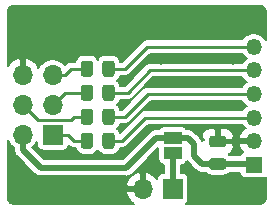
<source format=gbr>
%TF.GenerationSoftware,KiCad,Pcbnew,5.1.9-73d0e3b20d~88~ubuntu20.04.1*%
%TF.CreationDate,2021-03-05T17:06:57-06:00*%
%TF.ProjectId,avricsp-breakout,61767269-6373-4702-9d62-7265616b6f75,rev?*%
%TF.SameCoordinates,Original*%
%TF.FileFunction,Copper,L1,Top*%
%TF.FilePolarity,Positive*%
%FSLAX46Y46*%
G04 Gerber Fmt 4.6, Leading zero omitted, Abs format (unit mm)*
G04 Created by KiCad (PCBNEW 5.1.9-73d0e3b20d~88~ubuntu20.04.1) date 2021-03-05 17:06:57*
%MOMM*%
%LPD*%
G01*
G04 APERTURE LIST*
%TA.AperFunction,ComponentPad*%
%ADD10O,1.350000X1.350000*%
%TD*%
%TA.AperFunction,ComponentPad*%
%ADD11R,1.350000X1.350000*%
%TD*%
%TA.AperFunction,SMDPad,CuDef*%
%ADD12R,1.500000X1.000000*%
%TD*%
%TA.AperFunction,ComponentPad*%
%ADD13O,1.700000X1.700000*%
%TD*%
%TA.AperFunction,ComponentPad*%
%ADD14R,1.700000X1.700000*%
%TD*%
%TA.AperFunction,ViaPad*%
%ADD15C,0.800000*%
%TD*%
%TA.AperFunction,Conductor*%
%ADD16C,0.508000*%
%TD*%
%TA.AperFunction,Conductor*%
%ADD17C,0.250000*%
%TD*%
%TA.AperFunction,Conductor*%
%ADD18C,0.203200*%
%TD*%
%TA.AperFunction,Conductor*%
%ADD19C,0.100000*%
%TD*%
G04 APERTURE END LIST*
D10*
%TO.P,J2,6*%
%TO.N,/~RST*%
X137922000Y-108364000D03*
%TO.P,J2,5*%
%TO.N,/SCK*%
X137922000Y-110364000D03*
%TO.P,J2,4*%
%TO.N,/MOSI*%
X137922000Y-112364000D03*
%TO.P,J2,3*%
%TO.N,/MISO*%
X137922000Y-114364000D03*
%TO.P,J2,2*%
%TO.N,GND*%
X137922000Y-116364000D03*
D11*
%TO.P,J2,1*%
%TO.N,VCC*%
X137922000Y-118364000D03*
%TD*%
%TO.P,R4,2*%
%TO.N,Net-(J3-Pad5)*%
%TA.AperFunction,SMDPad,CuDef*%
G36*
G01*
X124314000Y-109785999D02*
X124314000Y-110686001D01*
G75*
G02*
X124064001Y-110936000I-249999J0D01*
G01*
X123538999Y-110936000D01*
G75*
G02*
X123289000Y-110686001I0J249999D01*
G01*
X123289000Y-109785999D01*
G75*
G02*
X123538999Y-109536000I249999J0D01*
G01*
X124064001Y-109536000D01*
G75*
G02*
X124314000Y-109785999I0J-249999D01*
G01*
G37*
%TD.AperFunction*%
%TO.P,R4,1*%
%TO.N,/~RST*%
%TA.AperFunction,SMDPad,CuDef*%
G36*
G01*
X126139000Y-109785999D02*
X126139000Y-110686001D01*
G75*
G02*
X125889001Y-110936000I-249999J0D01*
G01*
X125363999Y-110936000D01*
G75*
G02*
X125114000Y-110686001I0J249999D01*
G01*
X125114000Y-109785999D01*
G75*
G02*
X125363999Y-109536000I249999J0D01*
G01*
X125889001Y-109536000D01*
G75*
G02*
X126139000Y-109785999I0J-249999D01*
G01*
G37*
%TD.AperFunction*%
%TD*%
%TO.P,R3,2*%
%TO.N,Net-(J3-Pad3)*%
%TA.AperFunction,SMDPad,CuDef*%
G36*
G01*
X124314000Y-111817999D02*
X124314000Y-112718001D01*
G75*
G02*
X124064001Y-112968000I-249999J0D01*
G01*
X123538999Y-112968000D01*
G75*
G02*
X123289000Y-112718001I0J249999D01*
G01*
X123289000Y-111817999D01*
G75*
G02*
X123538999Y-111568000I249999J0D01*
G01*
X124064001Y-111568000D01*
G75*
G02*
X124314000Y-111817999I0J-249999D01*
G01*
G37*
%TD.AperFunction*%
%TO.P,R3,1*%
%TO.N,/SCK*%
%TA.AperFunction,SMDPad,CuDef*%
G36*
G01*
X126139000Y-111817999D02*
X126139000Y-112718001D01*
G75*
G02*
X125889001Y-112968000I-249999J0D01*
G01*
X125363999Y-112968000D01*
G75*
G02*
X125114000Y-112718001I0J249999D01*
G01*
X125114000Y-111817999D01*
G75*
G02*
X125363999Y-111568000I249999J0D01*
G01*
X125889001Y-111568000D01*
G75*
G02*
X126139000Y-111817999I0J-249999D01*
G01*
G37*
%TD.AperFunction*%
%TD*%
%TO.P,R2,2*%
%TO.N,Net-(J3-Pad4)*%
%TA.AperFunction,SMDPad,CuDef*%
G36*
G01*
X124314000Y-113849999D02*
X124314000Y-114750001D01*
G75*
G02*
X124064001Y-115000000I-249999J0D01*
G01*
X123538999Y-115000000D01*
G75*
G02*
X123289000Y-114750001I0J249999D01*
G01*
X123289000Y-113849999D01*
G75*
G02*
X123538999Y-113600000I249999J0D01*
G01*
X124064001Y-113600000D01*
G75*
G02*
X124314000Y-113849999I0J-249999D01*
G01*
G37*
%TD.AperFunction*%
%TO.P,R2,1*%
%TO.N,/MOSI*%
%TA.AperFunction,SMDPad,CuDef*%
G36*
G01*
X126139000Y-113849999D02*
X126139000Y-114750001D01*
G75*
G02*
X125889001Y-115000000I-249999J0D01*
G01*
X125363999Y-115000000D01*
G75*
G02*
X125114000Y-114750001I0J249999D01*
G01*
X125114000Y-113849999D01*
G75*
G02*
X125363999Y-113600000I249999J0D01*
G01*
X125889001Y-113600000D01*
G75*
G02*
X126139000Y-113849999I0J-249999D01*
G01*
G37*
%TD.AperFunction*%
%TD*%
%TO.P,R1,2*%
%TO.N,Net-(J3-Pad1)*%
%TA.AperFunction,SMDPad,CuDef*%
G36*
G01*
X124314000Y-115881999D02*
X124314000Y-116782001D01*
G75*
G02*
X124064001Y-117032000I-249999J0D01*
G01*
X123538999Y-117032000D01*
G75*
G02*
X123289000Y-116782001I0J249999D01*
G01*
X123289000Y-115881999D01*
G75*
G02*
X123538999Y-115632000I249999J0D01*
G01*
X124064001Y-115632000D01*
G75*
G02*
X124314000Y-115881999I0J-249999D01*
G01*
G37*
%TD.AperFunction*%
%TO.P,R1,1*%
%TO.N,/MISO*%
%TA.AperFunction,SMDPad,CuDef*%
G36*
G01*
X126139000Y-115881999D02*
X126139000Y-116782001D01*
G75*
G02*
X125889001Y-117032000I-249999J0D01*
G01*
X125363999Y-117032000D01*
G75*
G02*
X125114000Y-116782001I0J249999D01*
G01*
X125114000Y-115881999D01*
G75*
G02*
X125363999Y-115632000I249999J0D01*
G01*
X125889001Y-115632000D01*
G75*
G02*
X126139000Y-115881999I0J-249999D01*
G01*
G37*
%TD.AperFunction*%
%TD*%
D12*
%TO.P,JP1,1*%
%TO.N,VCC*%
X131064000Y-116078000D03*
%TO.P,JP1,2*%
%TO.N,/Vraw+*%
X131064000Y-117378000D03*
%TD*%
D13*
%TO.P,ICSP,6*%
%TO.N,GND*%
X118364000Y-110744000D03*
%TO.P,ICSP,5*%
%TO.N,Net-(J3-Pad5)*%
X120904000Y-110744000D03*
%TO.P,ICSP,4*%
%TO.N,Net-(J3-Pad4)*%
X118364000Y-113284000D03*
%TO.P,ICSP,3*%
%TO.N,Net-(J3-Pad3)*%
X120904000Y-113284000D03*
%TO.P,ICSP,2*%
%TO.N,VCC*%
X118364000Y-115824000D03*
D14*
%TO.P,ICSP,1*%
%TO.N,Net-(J3-Pad1)*%
X120904000Y-115824000D03*
%TD*%
D13*
%TO.P,PWR,2*%
%TO.N,GND*%
X128524000Y-120396000D03*
D14*
%TO.P,PWR,1*%
%TO.N,/Vraw+*%
X131064000Y-120396000D03*
%TD*%
%TO.P,C1,2*%
%TO.N,GND*%
%TA.AperFunction,SMDPad,CuDef*%
G36*
G01*
X135349000Y-116898000D02*
X134399000Y-116898000D01*
G75*
G02*
X134149000Y-116648000I0J250000D01*
G01*
X134149000Y-116148000D01*
G75*
G02*
X134399000Y-115898000I250000J0D01*
G01*
X135349000Y-115898000D01*
G75*
G02*
X135599000Y-116148000I0J-250000D01*
G01*
X135599000Y-116648000D01*
G75*
G02*
X135349000Y-116898000I-250000J0D01*
G01*
G37*
%TD.AperFunction*%
%TO.P,C1,1*%
%TO.N,VCC*%
%TA.AperFunction,SMDPad,CuDef*%
G36*
G01*
X135349000Y-118798000D02*
X134399000Y-118798000D01*
G75*
G02*
X134149000Y-118548000I0J250000D01*
G01*
X134149000Y-118048000D01*
G75*
G02*
X134399000Y-117798000I250000J0D01*
G01*
X135349000Y-117798000D01*
G75*
G02*
X135599000Y-118048000I0J-250000D01*
G01*
X135599000Y-118548000D01*
G75*
G02*
X135349000Y-118798000I-250000J0D01*
G01*
G37*
%TD.AperFunction*%
%TD*%
D15*
%TO.N,GND*%
X137922000Y-120396000D03*
X133350000Y-120396000D03*
X136144000Y-113284000D03*
X136144000Y-111252000D03*
X136144000Y-109474000D03*
X136144000Y-106934000D03*
X130048000Y-109474000D03*
X130048000Y-111252000D03*
X130048000Y-113284000D03*
X130048000Y-106934000D03*
X133350000Y-115316000D03*
X136398000Y-116332000D03*
X129540000Y-118618000D03*
X126492000Y-120396000D03*
X122428000Y-117348000D03*
X117602000Y-105410000D03*
X138430000Y-105410000D03*
X117602000Y-108458000D03*
X117602000Y-118618000D03*
X117602000Y-121158000D03*
X123190000Y-121158000D03*
%TD*%
D16*
%TO.N,VCC*%
X137856000Y-118298000D02*
X137922000Y-118364000D01*
X134874000Y-118298000D02*
X137856000Y-118298000D01*
X131064000Y-116078000D02*
X132334000Y-116078000D01*
X132334000Y-116078000D02*
X132842000Y-116586000D01*
X132842000Y-116586000D02*
X132842000Y-117602000D01*
X133538000Y-118298000D02*
X134874000Y-118298000D01*
X132842000Y-117602000D02*
X133538000Y-118298000D01*
X118364000Y-117094000D02*
X118364000Y-115824000D01*
X119888000Y-118618000D02*
X118364000Y-117094000D01*
X127127000Y-118618000D02*
X119888000Y-118618000D01*
X129667000Y-116078000D02*
X127127000Y-118618000D01*
X131064000Y-116078000D02*
X129667000Y-116078000D01*
%TO.N,/Vraw+*%
X131064000Y-120396000D02*
X131064000Y-117378000D01*
D17*
%TO.N,/~RST*%
X125626500Y-110236000D02*
X127000000Y-110236000D01*
X128872000Y-108364000D02*
X137922000Y-108364000D01*
X127000000Y-110236000D02*
X128872000Y-108364000D01*
%TO.N,/SCK*%
X125626500Y-112268000D02*
X127254000Y-112268000D01*
X129158000Y-110364000D02*
X137922000Y-110364000D01*
X127254000Y-112268000D02*
X129158000Y-110364000D01*
%TO.N,/MOSI*%
X125626500Y-114300000D02*
X127000000Y-114300000D01*
X128936000Y-112364000D02*
X137922000Y-112364000D01*
X127000000Y-114300000D02*
X128936000Y-112364000D01*
%TO.N,/MISO*%
X125626500Y-116332000D02*
X126746000Y-116332000D01*
X128714000Y-114364000D02*
X137922000Y-114364000D01*
X126746000Y-116332000D02*
X128714000Y-114364000D01*
%TO.N,Net-(J3-Pad5)*%
X120904000Y-110744000D02*
X121920000Y-110744000D01*
X122428000Y-110236000D02*
X123801500Y-110236000D01*
X121920000Y-110744000D02*
X122428000Y-110236000D01*
%TO.N,Net-(J3-Pad4)*%
X122682000Y-114300000D02*
X123801500Y-114300000D01*
X122428000Y-114554000D02*
X122682000Y-114300000D01*
X119634000Y-114554000D02*
X122428000Y-114554000D01*
X118364000Y-113284000D02*
X119634000Y-114554000D01*
%TO.N,Net-(J3-Pad3)*%
X120904000Y-113284000D02*
X121920000Y-112268000D01*
X121920000Y-112268000D02*
X123801500Y-112268000D01*
%TO.N,Net-(J3-Pad1)*%
X120904000Y-115824000D02*
X122174000Y-115824000D01*
X122682000Y-116332000D02*
X123801500Y-116332000D01*
X122174000Y-115824000D02*
X122682000Y-116332000D01*
%TD*%
D18*
%TO.N,GND*%
X117183065Y-116455223D02*
X117328902Y-116673483D01*
X117514517Y-116859098D01*
X117627400Y-116934524D01*
X117627400Y-117057816D01*
X117623836Y-117094000D01*
X117627400Y-117130183D01*
X117627400Y-117130185D01*
X117638058Y-117238398D01*
X117680178Y-117377248D01*
X117748576Y-117505212D01*
X117840625Y-117617374D01*
X117868732Y-117640441D01*
X119341554Y-119113263D01*
X119364625Y-119141375D01*
X119476787Y-119233424D01*
X119604751Y-119301822D01*
X119743601Y-119343942D01*
X119851814Y-119354600D01*
X119851823Y-119354600D01*
X119887999Y-119358163D01*
X119924175Y-119354600D01*
X127090817Y-119354600D01*
X127127000Y-119358164D01*
X127163183Y-119354600D01*
X127163186Y-119354600D01*
X127271399Y-119343942D01*
X127410249Y-119301822D01*
X127538213Y-119233424D01*
X127650375Y-119141375D01*
X127673446Y-119113263D01*
X129829065Y-116957644D01*
X129829065Y-117878000D01*
X129838383Y-117972606D01*
X129865978Y-118063577D01*
X129910791Y-118147415D01*
X129971099Y-118220901D01*
X130044585Y-118281209D01*
X130128423Y-118326022D01*
X130219394Y-118353617D01*
X130314000Y-118362935D01*
X130327401Y-118362935D01*
X130327400Y-119061065D01*
X130214000Y-119061065D01*
X130119394Y-119070383D01*
X130028423Y-119097978D01*
X129944585Y-119142791D01*
X129871099Y-119203099D01*
X129810791Y-119276585D01*
X129765978Y-119360423D01*
X129738383Y-119451394D01*
X129729065Y-119546000D01*
X129729065Y-119583151D01*
X129682087Y-119507585D01*
X129486514Y-119298724D01*
X129253952Y-119132031D01*
X128993338Y-119013911D01*
X128901607Y-118986090D01*
X128676400Y-119097714D01*
X128676400Y-120243600D01*
X128696400Y-120243600D01*
X128696400Y-120548400D01*
X128676400Y-120548400D01*
X128676400Y-120568400D01*
X128371600Y-120568400D01*
X128371600Y-120548400D01*
X127224772Y-120548400D01*
X127114085Y-120773608D01*
X127214844Y-121041413D01*
X127365913Y-121284415D01*
X127561486Y-121493276D01*
X127794048Y-121659969D01*
X127808237Y-121666400D01*
X117626823Y-121666400D01*
X117503726Y-121654330D01*
X117409190Y-121625788D01*
X117322002Y-121579429D01*
X117245480Y-121517019D01*
X117182535Y-121440932D01*
X117135570Y-121354073D01*
X117106368Y-121259737D01*
X117093600Y-121138255D01*
X117093600Y-120018392D01*
X127114085Y-120018392D01*
X127224772Y-120243600D01*
X128371600Y-120243600D01*
X128371600Y-119097714D01*
X128146393Y-118986090D01*
X128054662Y-119013911D01*
X127794048Y-119132031D01*
X127561486Y-119298724D01*
X127365913Y-119507585D01*
X127214844Y-119750587D01*
X127114085Y-120018392D01*
X117093600Y-120018392D01*
X117093600Y-116239235D01*
X117183065Y-116455223D01*
%TA.AperFunction,Conductor*%
D19*
G36*
X117183065Y-116455223D02*
G01*
X117328902Y-116673483D01*
X117514517Y-116859098D01*
X117627400Y-116934524D01*
X117627400Y-117057816D01*
X117623836Y-117094000D01*
X117627400Y-117130183D01*
X117627400Y-117130185D01*
X117638058Y-117238398D01*
X117680178Y-117377248D01*
X117748576Y-117505212D01*
X117840625Y-117617374D01*
X117868732Y-117640441D01*
X119341554Y-119113263D01*
X119364625Y-119141375D01*
X119476787Y-119233424D01*
X119604751Y-119301822D01*
X119743601Y-119343942D01*
X119851814Y-119354600D01*
X119851823Y-119354600D01*
X119887999Y-119358163D01*
X119924175Y-119354600D01*
X127090817Y-119354600D01*
X127127000Y-119358164D01*
X127163183Y-119354600D01*
X127163186Y-119354600D01*
X127271399Y-119343942D01*
X127410249Y-119301822D01*
X127538213Y-119233424D01*
X127650375Y-119141375D01*
X127673446Y-119113263D01*
X129829065Y-116957644D01*
X129829065Y-117878000D01*
X129838383Y-117972606D01*
X129865978Y-118063577D01*
X129910791Y-118147415D01*
X129971099Y-118220901D01*
X130044585Y-118281209D01*
X130128423Y-118326022D01*
X130219394Y-118353617D01*
X130314000Y-118362935D01*
X130327401Y-118362935D01*
X130327400Y-119061065D01*
X130214000Y-119061065D01*
X130119394Y-119070383D01*
X130028423Y-119097978D01*
X129944585Y-119142791D01*
X129871099Y-119203099D01*
X129810791Y-119276585D01*
X129765978Y-119360423D01*
X129738383Y-119451394D01*
X129729065Y-119546000D01*
X129729065Y-119583151D01*
X129682087Y-119507585D01*
X129486514Y-119298724D01*
X129253952Y-119132031D01*
X128993338Y-119013911D01*
X128901607Y-118986090D01*
X128676400Y-119097714D01*
X128676400Y-120243600D01*
X128696400Y-120243600D01*
X128696400Y-120548400D01*
X128676400Y-120548400D01*
X128676400Y-120568400D01*
X128371600Y-120568400D01*
X128371600Y-120548400D01*
X127224772Y-120548400D01*
X127114085Y-120773608D01*
X127214844Y-121041413D01*
X127365913Y-121284415D01*
X127561486Y-121493276D01*
X127794048Y-121659969D01*
X127808237Y-121666400D01*
X117626823Y-121666400D01*
X117503726Y-121654330D01*
X117409190Y-121625788D01*
X117322002Y-121579429D01*
X117245480Y-121517019D01*
X117182535Y-121440932D01*
X117135570Y-121354073D01*
X117106368Y-121259737D01*
X117093600Y-121138255D01*
X117093600Y-120018392D01*
X127114085Y-120018392D01*
X127224772Y-120243600D01*
X128371600Y-120243600D01*
X128371600Y-119097714D01*
X128146393Y-118986090D01*
X128054662Y-119013911D01*
X127794048Y-119132031D01*
X127561486Y-119298724D01*
X127365913Y-119507585D01*
X127214844Y-119750587D01*
X127114085Y-120018392D01*
X117093600Y-120018392D01*
X117093600Y-116239235D01*
X117183065Y-116455223D01*
G37*
%TD.AperFunction*%
D18*
X132282006Y-118080753D02*
X132318626Y-118125375D01*
X132346732Y-118148441D01*
X132991557Y-118793267D01*
X133014625Y-118821375D01*
X133126787Y-118913424D01*
X133254751Y-118981822D01*
X133393601Y-119023942D01*
X133538000Y-119038164D01*
X133574186Y-119034600D01*
X133852176Y-119034600D01*
X133879322Y-119067678D01*
X133990692Y-119159076D01*
X134117753Y-119226991D01*
X134255621Y-119268813D01*
X134399000Y-119282935D01*
X135349000Y-119282935D01*
X135492379Y-119268813D01*
X135630247Y-119226991D01*
X135757308Y-119159076D01*
X135868678Y-119067678D01*
X135895824Y-119034600D01*
X136762065Y-119034600D01*
X136762065Y-119039000D01*
X136771383Y-119133606D01*
X136798978Y-119224577D01*
X136843791Y-119308415D01*
X136904099Y-119381901D01*
X136977585Y-119442209D01*
X137061423Y-119487022D01*
X137152394Y-119514617D01*
X137247000Y-119523935D01*
X138597000Y-119523935D01*
X138691606Y-119514617D01*
X138782577Y-119487022D01*
X138866415Y-119442209D01*
X138938400Y-119383133D01*
X138938400Y-121133177D01*
X138926330Y-121256274D01*
X138897788Y-121350810D01*
X138851429Y-121437998D01*
X138789019Y-121514520D01*
X138712932Y-121577465D01*
X138626073Y-121624430D01*
X138531737Y-121653632D01*
X138410255Y-121666400D01*
X132151253Y-121666400D01*
X132183415Y-121649209D01*
X132256901Y-121588901D01*
X132317209Y-121515415D01*
X132362022Y-121431577D01*
X132389617Y-121340606D01*
X132398935Y-121246000D01*
X132398935Y-119546000D01*
X132389617Y-119451394D01*
X132362022Y-119360423D01*
X132317209Y-119276585D01*
X132256901Y-119203099D01*
X132183415Y-119142791D01*
X132099577Y-119097978D01*
X132008606Y-119070383D01*
X131914000Y-119061065D01*
X131800600Y-119061065D01*
X131800600Y-118362935D01*
X131814000Y-118362935D01*
X131908606Y-118353617D01*
X131999577Y-118326022D01*
X132083415Y-118281209D01*
X132156901Y-118220901D01*
X132217209Y-118147415D01*
X132262022Y-118063577D01*
X132263611Y-118058339D01*
X132282006Y-118080753D01*
%TA.AperFunction,Conductor*%
D19*
G36*
X132282006Y-118080753D02*
G01*
X132318626Y-118125375D01*
X132346732Y-118148441D01*
X132991557Y-118793267D01*
X133014625Y-118821375D01*
X133126787Y-118913424D01*
X133254751Y-118981822D01*
X133393601Y-119023942D01*
X133538000Y-119038164D01*
X133574186Y-119034600D01*
X133852176Y-119034600D01*
X133879322Y-119067678D01*
X133990692Y-119159076D01*
X134117753Y-119226991D01*
X134255621Y-119268813D01*
X134399000Y-119282935D01*
X135349000Y-119282935D01*
X135492379Y-119268813D01*
X135630247Y-119226991D01*
X135757308Y-119159076D01*
X135868678Y-119067678D01*
X135895824Y-119034600D01*
X136762065Y-119034600D01*
X136762065Y-119039000D01*
X136771383Y-119133606D01*
X136798978Y-119224577D01*
X136843791Y-119308415D01*
X136904099Y-119381901D01*
X136977585Y-119442209D01*
X137061423Y-119487022D01*
X137152394Y-119514617D01*
X137247000Y-119523935D01*
X138597000Y-119523935D01*
X138691606Y-119514617D01*
X138782577Y-119487022D01*
X138866415Y-119442209D01*
X138938400Y-119383133D01*
X138938400Y-121133177D01*
X138926330Y-121256274D01*
X138897788Y-121350810D01*
X138851429Y-121437998D01*
X138789019Y-121514520D01*
X138712932Y-121577465D01*
X138626073Y-121624430D01*
X138531737Y-121653632D01*
X138410255Y-121666400D01*
X132151253Y-121666400D01*
X132183415Y-121649209D01*
X132256901Y-121588901D01*
X132317209Y-121515415D01*
X132362022Y-121431577D01*
X132389617Y-121340606D01*
X132398935Y-121246000D01*
X132398935Y-119546000D01*
X132389617Y-119451394D01*
X132362022Y-119360423D01*
X132317209Y-119276585D01*
X132256901Y-119203099D01*
X132183415Y-119142791D01*
X132099577Y-119097978D01*
X132008606Y-119070383D01*
X131914000Y-119061065D01*
X131800600Y-119061065D01*
X131800600Y-118362935D01*
X131814000Y-118362935D01*
X131908606Y-118353617D01*
X131999577Y-118326022D01*
X132083415Y-118281209D01*
X132156901Y-118220901D01*
X132217209Y-118147415D01*
X132262022Y-118063577D01*
X132263611Y-118058339D01*
X132282006Y-118080753D01*
G37*
%TD.AperFunction*%
D18*
X137022833Y-115101927D02*
X137184073Y-115263167D01*
X137226339Y-115291408D01*
X137125593Y-115356057D01*
X136944256Y-115530796D01*
X136800493Y-115737554D01*
X136699829Y-115968386D01*
X136686016Y-116013940D01*
X136800104Y-116211600D01*
X137769600Y-116211600D01*
X137769600Y-116191600D01*
X138074400Y-116191600D01*
X138074400Y-116211600D01*
X138094400Y-116211600D01*
X138094400Y-116516400D01*
X138074400Y-116516400D01*
X138074400Y-116536400D01*
X137769600Y-116536400D01*
X137769600Y-116516400D01*
X136800104Y-116516400D01*
X136686016Y-116714060D01*
X136699829Y-116759614D01*
X136800493Y-116990446D01*
X136944256Y-117197204D01*
X137015279Y-117265643D01*
X136977585Y-117285791D01*
X136904099Y-117346099D01*
X136843791Y-117419585D01*
X136798978Y-117503423D01*
X136781391Y-117561400D01*
X135895824Y-117561400D01*
X135868678Y-117528322D01*
X135801866Y-117473492D01*
X135833413Y-117463922D01*
X135939315Y-117407317D01*
X136032138Y-117331138D01*
X136108317Y-117238315D01*
X136164922Y-117132413D01*
X136199780Y-117017503D01*
X136211550Y-116898000D01*
X136208600Y-116702800D01*
X136056200Y-116550400D01*
X135026400Y-116550400D01*
X135026400Y-116570400D01*
X134721600Y-116570400D01*
X134721600Y-116550400D01*
X134701600Y-116550400D01*
X134701600Y-116245600D01*
X134721600Y-116245600D01*
X134721600Y-115440800D01*
X135026400Y-115440800D01*
X135026400Y-116245600D01*
X136056200Y-116245600D01*
X136208600Y-116093200D01*
X136211550Y-115898000D01*
X136199780Y-115778497D01*
X136164922Y-115663587D01*
X136108317Y-115557685D01*
X136032138Y-115464862D01*
X135939315Y-115388683D01*
X135833413Y-115332078D01*
X135718503Y-115297220D01*
X135599000Y-115285450D01*
X135178800Y-115288400D01*
X135026400Y-115440800D01*
X134721600Y-115440800D01*
X134569200Y-115288400D01*
X134149000Y-115285450D01*
X134029497Y-115297220D01*
X133914587Y-115332078D01*
X133808685Y-115388683D01*
X133715862Y-115464862D01*
X133639683Y-115557685D01*
X133583078Y-115663587D01*
X133548220Y-115778497D01*
X133536450Y-115898000D01*
X133539400Y-116093200D01*
X133691798Y-116245598D01*
X133539400Y-116245598D01*
X133539400Y-116347511D01*
X133525822Y-116302751D01*
X133457424Y-116174787D01*
X133365374Y-116062625D01*
X133337268Y-116039559D01*
X132880446Y-115582737D01*
X132857375Y-115554625D01*
X132745213Y-115462576D01*
X132617249Y-115394178D01*
X132478399Y-115352058D01*
X132370186Y-115341400D01*
X132370183Y-115341400D01*
X132334000Y-115337836D01*
X132297817Y-115341400D01*
X132234749Y-115341400D01*
X132217209Y-115308585D01*
X132156901Y-115235099D01*
X132083415Y-115174791D01*
X131999577Y-115129978D01*
X131908606Y-115102383D01*
X131814000Y-115093065D01*
X130314000Y-115093065D01*
X130219394Y-115102383D01*
X130128423Y-115129978D01*
X130044585Y-115174791D01*
X129971099Y-115235099D01*
X129910791Y-115308585D01*
X129893251Y-115341400D01*
X129703175Y-115341400D01*
X129666999Y-115337837D01*
X129630823Y-115341400D01*
X129630814Y-115341400D01*
X129522601Y-115352058D01*
X129383751Y-115394178D01*
X129255787Y-115462576D01*
X129143625Y-115554625D01*
X129120554Y-115582737D01*
X126821891Y-117881400D01*
X120193109Y-117881400D01*
X119187901Y-116876192D01*
X119213483Y-116859098D01*
X119399098Y-116673483D01*
X119544935Y-116455223D01*
X119569065Y-116396968D01*
X119569065Y-116674000D01*
X119578383Y-116768606D01*
X119605978Y-116859577D01*
X119650791Y-116943415D01*
X119711099Y-117016901D01*
X119784585Y-117077209D01*
X119868423Y-117122022D01*
X119959394Y-117149617D01*
X120054000Y-117158935D01*
X121754000Y-117158935D01*
X121848606Y-117149617D01*
X121939577Y-117122022D01*
X122023415Y-117077209D01*
X122096901Y-117016901D01*
X122157209Y-116943415D01*
X122202022Y-116859577D01*
X122229617Y-116768606D01*
X122232262Y-116741756D01*
X122250284Y-116763716D01*
X122273461Y-116782737D01*
X122273462Y-116782738D01*
X122342801Y-116839644D01*
X122342803Y-116839645D01*
X122448357Y-116896064D01*
X122562890Y-116930808D01*
X122652159Y-116939600D01*
X122652168Y-116939600D01*
X122681999Y-116942538D01*
X122711830Y-116939600D01*
X122822501Y-116939600D01*
X122860009Y-117063248D01*
X122927924Y-117190308D01*
X123019322Y-117301678D01*
X123130692Y-117393076D01*
X123257752Y-117460991D01*
X123395620Y-117502813D01*
X123538999Y-117516935D01*
X124064001Y-117516935D01*
X124207380Y-117502813D01*
X124345248Y-117460991D01*
X124472308Y-117393076D01*
X124583678Y-117301678D01*
X124675076Y-117190308D01*
X124714000Y-117117486D01*
X124752924Y-117190308D01*
X124844322Y-117301678D01*
X124955692Y-117393076D01*
X125082752Y-117460991D01*
X125220620Y-117502813D01*
X125363999Y-117516935D01*
X125889001Y-117516935D01*
X126032380Y-117502813D01*
X126170248Y-117460991D01*
X126297308Y-117393076D01*
X126408678Y-117301678D01*
X126500076Y-117190308D01*
X126567991Y-117063248D01*
X126605499Y-116939600D01*
X126716169Y-116939600D01*
X126746000Y-116942538D01*
X126775831Y-116939600D01*
X126775841Y-116939600D01*
X126865110Y-116930808D01*
X126979643Y-116896064D01*
X127085197Y-116839645D01*
X127177716Y-116763716D01*
X127196742Y-116740533D01*
X128965676Y-114971600D01*
X136935752Y-114971600D01*
X137022833Y-115101927D01*
%TA.AperFunction,Conductor*%
D19*
G36*
X137022833Y-115101927D02*
G01*
X137184073Y-115263167D01*
X137226339Y-115291408D01*
X137125593Y-115356057D01*
X136944256Y-115530796D01*
X136800493Y-115737554D01*
X136699829Y-115968386D01*
X136686016Y-116013940D01*
X136800104Y-116211600D01*
X137769600Y-116211600D01*
X137769600Y-116191600D01*
X138074400Y-116191600D01*
X138074400Y-116211600D01*
X138094400Y-116211600D01*
X138094400Y-116516400D01*
X138074400Y-116516400D01*
X138074400Y-116536400D01*
X137769600Y-116536400D01*
X137769600Y-116516400D01*
X136800104Y-116516400D01*
X136686016Y-116714060D01*
X136699829Y-116759614D01*
X136800493Y-116990446D01*
X136944256Y-117197204D01*
X137015279Y-117265643D01*
X136977585Y-117285791D01*
X136904099Y-117346099D01*
X136843791Y-117419585D01*
X136798978Y-117503423D01*
X136781391Y-117561400D01*
X135895824Y-117561400D01*
X135868678Y-117528322D01*
X135801866Y-117473492D01*
X135833413Y-117463922D01*
X135939315Y-117407317D01*
X136032138Y-117331138D01*
X136108317Y-117238315D01*
X136164922Y-117132413D01*
X136199780Y-117017503D01*
X136211550Y-116898000D01*
X136208600Y-116702800D01*
X136056200Y-116550400D01*
X135026400Y-116550400D01*
X135026400Y-116570400D01*
X134721600Y-116570400D01*
X134721600Y-116550400D01*
X134701600Y-116550400D01*
X134701600Y-116245600D01*
X134721600Y-116245600D01*
X134721600Y-115440800D01*
X135026400Y-115440800D01*
X135026400Y-116245600D01*
X136056200Y-116245600D01*
X136208600Y-116093200D01*
X136211550Y-115898000D01*
X136199780Y-115778497D01*
X136164922Y-115663587D01*
X136108317Y-115557685D01*
X136032138Y-115464862D01*
X135939315Y-115388683D01*
X135833413Y-115332078D01*
X135718503Y-115297220D01*
X135599000Y-115285450D01*
X135178800Y-115288400D01*
X135026400Y-115440800D01*
X134721600Y-115440800D01*
X134569200Y-115288400D01*
X134149000Y-115285450D01*
X134029497Y-115297220D01*
X133914587Y-115332078D01*
X133808685Y-115388683D01*
X133715862Y-115464862D01*
X133639683Y-115557685D01*
X133583078Y-115663587D01*
X133548220Y-115778497D01*
X133536450Y-115898000D01*
X133539400Y-116093200D01*
X133691798Y-116245598D01*
X133539400Y-116245598D01*
X133539400Y-116347511D01*
X133525822Y-116302751D01*
X133457424Y-116174787D01*
X133365374Y-116062625D01*
X133337268Y-116039559D01*
X132880446Y-115582737D01*
X132857375Y-115554625D01*
X132745213Y-115462576D01*
X132617249Y-115394178D01*
X132478399Y-115352058D01*
X132370186Y-115341400D01*
X132370183Y-115341400D01*
X132334000Y-115337836D01*
X132297817Y-115341400D01*
X132234749Y-115341400D01*
X132217209Y-115308585D01*
X132156901Y-115235099D01*
X132083415Y-115174791D01*
X131999577Y-115129978D01*
X131908606Y-115102383D01*
X131814000Y-115093065D01*
X130314000Y-115093065D01*
X130219394Y-115102383D01*
X130128423Y-115129978D01*
X130044585Y-115174791D01*
X129971099Y-115235099D01*
X129910791Y-115308585D01*
X129893251Y-115341400D01*
X129703175Y-115341400D01*
X129666999Y-115337837D01*
X129630823Y-115341400D01*
X129630814Y-115341400D01*
X129522601Y-115352058D01*
X129383751Y-115394178D01*
X129255787Y-115462576D01*
X129143625Y-115554625D01*
X129120554Y-115582737D01*
X126821891Y-117881400D01*
X120193109Y-117881400D01*
X119187901Y-116876192D01*
X119213483Y-116859098D01*
X119399098Y-116673483D01*
X119544935Y-116455223D01*
X119569065Y-116396968D01*
X119569065Y-116674000D01*
X119578383Y-116768606D01*
X119605978Y-116859577D01*
X119650791Y-116943415D01*
X119711099Y-117016901D01*
X119784585Y-117077209D01*
X119868423Y-117122022D01*
X119959394Y-117149617D01*
X120054000Y-117158935D01*
X121754000Y-117158935D01*
X121848606Y-117149617D01*
X121939577Y-117122022D01*
X122023415Y-117077209D01*
X122096901Y-117016901D01*
X122157209Y-116943415D01*
X122202022Y-116859577D01*
X122229617Y-116768606D01*
X122232262Y-116741756D01*
X122250284Y-116763716D01*
X122273461Y-116782737D01*
X122273462Y-116782738D01*
X122342801Y-116839644D01*
X122342803Y-116839645D01*
X122448357Y-116896064D01*
X122562890Y-116930808D01*
X122652159Y-116939600D01*
X122652168Y-116939600D01*
X122681999Y-116942538D01*
X122711830Y-116939600D01*
X122822501Y-116939600D01*
X122860009Y-117063248D01*
X122927924Y-117190308D01*
X123019322Y-117301678D01*
X123130692Y-117393076D01*
X123257752Y-117460991D01*
X123395620Y-117502813D01*
X123538999Y-117516935D01*
X124064001Y-117516935D01*
X124207380Y-117502813D01*
X124345248Y-117460991D01*
X124472308Y-117393076D01*
X124583678Y-117301678D01*
X124675076Y-117190308D01*
X124714000Y-117117486D01*
X124752924Y-117190308D01*
X124844322Y-117301678D01*
X124955692Y-117393076D01*
X125082752Y-117460991D01*
X125220620Y-117502813D01*
X125363999Y-117516935D01*
X125889001Y-117516935D01*
X126032380Y-117502813D01*
X126170248Y-117460991D01*
X126297308Y-117393076D01*
X126408678Y-117301678D01*
X126500076Y-117190308D01*
X126567991Y-117063248D01*
X126605499Y-116939600D01*
X126716169Y-116939600D01*
X126746000Y-116942538D01*
X126775831Y-116939600D01*
X126775841Y-116939600D01*
X126865110Y-116930808D01*
X126979643Y-116896064D01*
X127085197Y-116839645D01*
X127177716Y-116763716D01*
X127196742Y-116740533D01*
X128965676Y-114971600D01*
X136935752Y-114971600D01*
X137022833Y-115101927D01*
G37*
%TD.AperFunction*%
D18*
X137022833Y-113101927D02*
X137184073Y-113263167D01*
X137334981Y-113364000D01*
X137184073Y-113464833D01*
X137022833Y-113626073D01*
X136935752Y-113756400D01*
X128743830Y-113756400D01*
X128713999Y-113753462D01*
X128684168Y-113756400D01*
X128684159Y-113756400D01*
X128594890Y-113765192D01*
X128480357Y-113799936D01*
X128374803Y-113856355D01*
X128282284Y-113932284D01*
X128263263Y-113955461D01*
X126579624Y-115639101D01*
X126567991Y-115600752D01*
X126500076Y-115473692D01*
X126408678Y-115362322D01*
X126352234Y-115316000D01*
X126408678Y-115269678D01*
X126500076Y-115158308D01*
X126567991Y-115031248D01*
X126605499Y-114907600D01*
X126970169Y-114907600D01*
X127000000Y-114910538D01*
X127029831Y-114907600D01*
X127029841Y-114907600D01*
X127119110Y-114898808D01*
X127233643Y-114864064D01*
X127339197Y-114807645D01*
X127431716Y-114731716D01*
X127450742Y-114708533D01*
X129187676Y-112971600D01*
X136935752Y-112971600D01*
X137022833Y-113101927D01*
%TA.AperFunction,Conductor*%
D19*
G36*
X137022833Y-113101927D02*
G01*
X137184073Y-113263167D01*
X137334981Y-113364000D01*
X137184073Y-113464833D01*
X137022833Y-113626073D01*
X136935752Y-113756400D01*
X128743830Y-113756400D01*
X128713999Y-113753462D01*
X128684168Y-113756400D01*
X128684159Y-113756400D01*
X128594890Y-113765192D01*
X128480357Y-113799936D01*
X128374803Y-113856355D01*
X128282284Y-113932284D01*
X128263263Y-113955461D01*
X126579624Y-115639101D01*
X126567991Y-115600752D01*
X126500076Y-115473692D01*
X126408678Y-115362322D01*
X126352234Y-115316000D01*
X126408678Y-115269678D01*
X126500076Y-115158308D01*
X126567991Y-115031248D01*
X126605499Y-114907600D01*
X126970169Y-114907600D01*
X127000000Y-114910538D01*
X127029831Y-114907600D01*
X127029841Y-114907600D01*
X127119110Y-114898808D01*
X127233643Y-114864064D01*
X127339197Y-114807645D01*
X127431716Y-114731716D01*
X127450742Y-114708533D01*
X129187676Y-112971600D01*
X136935752Y-112971600D01*
X137022833Y-113101927D01*
G37*
%TD.AperFunction*%
D18*
X137022833Y-111101927D02*
X137184073Y-111263167D01*
X137334981Y-111364000D01*
X137184073Y-111464833D01*
X137022833Y-111626073D01*
X136935752Y-111756400D01*
X128965830Y-111756400D01*
X128935999Y-111753462D01*
X128906168Y-111756400D01*
X128906159Y-111756400D01*
X128816890Y-111765192D01*
X128702357Y-111799936D01*
X128634354Y-111836284D01*
X128596801Y-111856356D01*
X128541079Y-111902087D01*
X128504284Y-111932284D01*
X128485263Y-111955461D01*
X126748325Y-113692400D01*
X126605499Y-113692400D01*
X126567991Y-113568752D01*
X126500076Y-113441692D01*
X126408678Y-113330322D01*
X126352234Y-113284000D01*
X126408678Y-113237678D01*
X126500076Y-113126308D01*
X126567991Y-112999248D01*
X126605499Y-112875600D01*
X127224169Y-112875600D01*
X127254000Y-112878538D01*
X127283831Y-112875600D01*
X127283841Y-112875600D01*
X127373110Y-112866808D01*
X127487643Y-112832064D01*
X127593197Y-112775645D01*
X127685716Y-112699716D01*
X127704742Y-112676534D01*
X129409677Y-110971600D01*
X136935752Y-110971600D01*
X137022833Y-111101927D01*
%TA.AperFunction,Conductor*%
D19*
G36*
X137022833Y-111101927D02*
G01*
X137184073Y-111263167D01*
X137334981Y-111364000D01*
X137184073Y-111464833D01*
X137022833Y-111626073D01*
X136935752Y-111756400D01*
X128965830Y-111756400D01*
X128935999Y-111753462D01*
X128906168Y-111756400D01*
X128906159Y-111756400D01*
X128816890Y-111765192D01*
X128702357Y-111799936D01*
X128634354Y-111836284D01*
X128596801Y-111856356D01*
X128541079Y-111902087D01*
X128504284Y-111932284D01*
X128485263Y-111955461D01*
X126748325Y-113692400D01*
X126605499Y-113692400D01*
X126567991Y-113568752D01*
X126500076Y-113441692D01*
X126408678Y-113330322D01*
X126352234Y-113284000D01*
X126408678Y-113237678D01*
X126500076Y-113126308D01*
X126567991Y-112999248D01*
X126605499Y-112875600D01*
X127224169Y-112875600D01*
X127254000Y-112878538D01*
X127283831Y-112875600D01*
X127283841Y-112875600D01*
X127373110Y-112866808D01*
X127487643Y-112832064D01*
X127593197Y-112775645D01*
X127685716Y-112699716D01*
X127704742Y-112676534D01*
X129409677Y-110971600D01*
X136935752Y-110971600D01*
X137022833Y-111101927D01*
G37*
%TD.AperFunction*%
D18*
X137022833Y-109101927D02*
X137184073Y-109263167D01*
X137334981Y-109364000D01*
X137184073Y-109464833D01*
X137022833Y-109626073D01*
X136935752Y-109756400D01*
X129187831Y-109756400D01*
X129158000Y-109753462D01*
X129128169Y-109756400D01*
X129128159Y-109756400D01*
X129038890Y-109765192D01*
X128924357Y-109799936D01*
X128818803Y-109856355D01*
X128818801Y-109856356D01*
X128818802Y-109856356D01*
X128749462Y-109913261D01*
X128749456Y-109913267D01*
X128726284Y-109932284D01*
X128707267Y-109955456D01*
X127002325Y-111660400D01*
X126605499Y-111660400D01*
X126567991Y-111536752D01*
X126500076Y-111409692D01*
X126408678Y-111298322D01*
X126352234Y-111252000D01*
X126408678Y-111205678D01*
X126500076Y-111094308D01*
X126567991Y-110967248D01*
X126605499Y-110843600D01*
X126970169Y-110843600D01*
X127000000Y-110846538D01*
X127029831Y-110843600D01*
X127029841Y-110843600D01*
X127119110Y-110834808D01*
X127233643Y-110800064D01*
X127339197Y-110743645D01*
X127431716Y-110667716D01*
X127450742Y-110644534D01*
X129123677Y-108971600D01*
X136935752Y-108971600D01*
X137022833Y-109101927D01*
%TA.AperFunction,Conductor*%
D19*
G36*
X137022833Y-109101927D02*
G01*
X137184073Y-109263167D01*
X137334981Y-109364000D01*
X137184073Y-109464833D01*
X137022833Y-109626073D01*
X136935752Y-109756400D01*
X129187831Y-109756400D01*
X129158000Y-109753462D01*
X129128169Y-109756400D01*
X129128159Y-109756400D01*
X129038890Y-109765192D01*
X128924357Y-109799936D01*
X128818803Y-109856355D01*
X128818801Y-109856356D01*
X128818802Y-109856356D01*
X128749462Y-109913261D01*
X128749456Y-109913267D01*
X128726284Y-109932284D01*
X128707267Y-109955456D01*
X127002325Y-111660400D01*
X126605499Y-111660400D01*
X126567991Y-111536752D01*
X126500076Y-111409692D01*
X126408678Y-111298322D01*
X126352234Y-111252000D01*
X126408678Y-111205678D01*
X126500076Y-111094308D01*
X126567991Y-110967248D01*
X126605499Y-110843600D01*
X126970169Y-110843600D01*
X127000000Y-110846538D01*
X127029831Y-110843600D01*
X127029841Y-110843600D01*
X127119110Y-110834808D01*
X127233643Y-110800064D01*
X127339197Y-110743645D01*
X127431716Y-110667716D01*
X127450742Y-110644534D01*
X129123677Y-108971600D01*
X136935752Y-108971600D01*
X137022833Y-109101927D01*
G37*
%TD.AperFunction*%
D18*
X138528275Y-104913670D02*
X138622807Y-104942211D01*
X138709999Y-104988571D01*
X138786520Y-105050981D01*
X138849466Y-105127070D01*
X138896430Y-105213926D01*
X138925632Y-105308264D01*
X138938401Y-105429754D01*
X138938401Y-107801526D01*
X138821167Y-107626073D01*
X138659927Y-107464833D01*
X138470329Y-107338148D01*
X138259659Y-107250886D01*
X138036014Y-107206400D01*
X137807986Y-107206400D01*
X137584341Y-107250886D01*
X137373671Y-107338148D01*
X137184073Y-107464833D01*
X137022833Y-107626073D01*
X136935752Y-107756400D01*
X128901831Y-107756400D01*
X128872000Y-107753462D01*
X128842169Y-107756400D01*
X128842159Y-107756400D01*
X128752890Y-107765192D01*
X128638357Y-107799936D01*
X128532803Y-107856355D01*
X128532801Y-107856356D01*
X128532802Y-107856356D01*
X128463462Y-107913261D01*
X128463456Y-107913267D01*
X128440284Y-107932284D01*
X128421267Y-107955456D01*
X126748325Y-109628400D01*
X126605499Y-109628400D01*
X126567991Y-109504752D01*
X126500076Y-109377692D01*
X126408678Y-109266322D01*
X126297308Y-109174924D01*
X126170248Y-109107009D01*
X126032380Y-109065187D01*
X125889001Y-109051065D01*
X125363999Y-109051065D01*
X125220620Y-109065187D01*
X125082752Y-109107009D01*
X124955692Y-109174924D01*
X124844322Y-109266322D01*
X124752924Y-109377692D01*
X124714000Y-109450514D01*
X124675076Y-109377692D01*
X124583678Y-109266322D01*
X124472308Y-109174924D01*
X124345248Y-109107009D01*
X124207380Y-109065187D01*
X124064001Y-109051065D01*
X123538999Y-109051065D01*
X123395620Y-109065187D01*
X123257752Y-109107009D01*
X123130692Y-109174924D01*
X123019322Y-109266322D01*
X122927924Y-109377692D01*
X122860009Y-109504752D01*
X122822501Y-109628400D01*
X122457830Y-109628400D01*
X122427999Y-109625462D01*
X122398168Y-109628400D01*
X122398159Y-109628400D01*
X122308890Y-109637192D01*
X122194357Y-109671936D01*
X122125198Y-109708902D01*
X122088801Y-109728356D01*
X122058210Y-109753462D01*
X121996284Y-109804284D01*
X121977262Y-109827462D01*
X121924653Y-109880072D01*
X121753483Y-109708902D01*
X121535223Y-109563065D01*
X121292705Y-109462611D01*
X121035250Y-109411400D01*
X120772750Y-109411400D01*
X120515295Y-109462611D01*
X120272777Y-109563065D01*
X120054517Y-109708902D01*
X119868902Y-109894517D01*
X119723065Y-110112777D01*
X119699023Y-110170819D01*
X119627969Y-110014048D01*
X119461276Y-109781486D01*
X119252415Y-109585913D01*
X119009413Y-109434844D01*
X118741608Y-109334085D01*
X118516400Y-109444772D01*
X118516400Y-110591600D01*
X118536400Y-110591600D01*
X118536400Y-110896400D01*
X118516400Y-110896400D01*
X118516400Y-110916400D01*
X118211600Y-110916400D01*
X118211600Y-110896400D01*
X118191600Y-110896400D01*
X118191600Y-110591600D01*
X118211600Y-110591600D01*
X118211600Y-109444772D01*
X117986392Y-109334085D01*
X117718587Y-109434844D01*
X117475585Y-109585913D01*
X117266724Y-109781486D01*
X117100031Y-110014048D01*
X117093600Y-110028237D01*
X117093600Y-105434823D01*
X117105670Y-105311725D01*
X117134211Y-105217193D01*
X117180571Y-105130001D01*
X117242981Y-105053480D01*
X117319070Y-104990534D01*
X117405926Y-104943570D01*
X117500264Y-104914368D01*
X117621745Y-104901600D01*
X138405177Y-104901600D01*
X138528275Y-104913670D01*
%TA.AperFunction,Conductor*%
D19*
G36*
X138528275Y-104913670D02*
G01*
X138622807Y-104942211D01*
X138709999Y-104988571D01*
X138786520Y-105050981D01*
X138849466Y-105127070D01*
X138896430Y-105213926D01*
X138925632Y-105308264D01*
X138938401Y-105429754D01*
X138938401Y-107801526D01*
X138821167Y-107626073D01*
X138659927Y-107464833D01*
X138470329Y-107338148D01*
X138259659Y-107250886D01*
X138036014Y-107206400D01*
X137807986Y-107206400D01*
X137584341Y-107250886D01*
X137373671Y-107338148D01*
X137184073Y-107464833D01*
X137022833Y-107626073D01*
X136935752Y-107756400D01*
X128901831Y-107756400D01*
X128872000Y-107753462D01*
X128842169Y-107756400D01*
X128842159Y-107756400D01*
X128752890Y-107765192D01*
X128638357Y-107799936D01*
X128532803Y-107856355D01*
X128532801Y-107856356D01*
X128532802Y-107856356D01*
X128463462Y-107913261D01*
X128463456Y-107913267D01*
X128440284Y-107932284D01*
X128421267Y-107955456D01*
X126748325Y-109628400D01*
X126605499Y-109628400D01*
X126567991Y-109504752D01*
X126500076Y-109377692D01*
X126408678Y-109266322D01*
X126297308Y-109174924D01*
X126170248Y-109107009D01*
X126032380Y-109065187D01*
X125889001Y-109051065D01*
X125363999Y-109051065D01*
X125220620Y-109065187D01*
X125082752Y-109107009D01*
X124955692Y-109174924D01*
X124844322Y-109266322D01*
X124752924Y-109377692D01*
X124714000Y-109450514D01*
X124675076Y-109377692D01*
X124583678Y-109266322D01*
X124472308Y-109174924D01*
X124345248Y-109107009D01*
X124207380Y-109065187D01*
X124064001Y-109051065D01*
X123538999Y-109051065D01*
X123395620Y-109065187D01*
X123257752Y-109107009D01*
X123130692Y-109174924D01*
X123019322Y-109266322D01*
X122927924Y-109377692D01*
X122860009Y-109504752D01*
X122822501Y-109628400D01*
X122457830Y-109628400D01*
X122427999Y-109625462D01*
X122398168Y-109628400D01*
X122398159Y-109628400D01*
X122308890Y-109637192D01*
X122194357Y-109671936D01*
X122125198Y-109708902D01*
X122088801Y-109728356D01*
X122058210Y-109753462D01*
X121996284Y-109804284D01*
X121977262Y-109827462D01*
X121924653Y-109880072D01*
X121753483Y-109708902D01*
X121535223Y-109563065D01*
X121292705Y-109462611D01*
X121035250Y-109411400D01*
X120772750Y-109411400D01*
X120515295Y-109462611D01*
X120272777Y-109563065D01*
X120054517Y-109708902D01*
X119868902Y-109894517D01*
X119723065Y-110112777D01*
X119699023Y-110170819D01*
X119627969Y-110014048D01*
X119461276Y-109781486D01*
X119252415Y-109585913D01*
X119009413Y-109434844D01*
X118741608Y-109334085D01*
X118516400Y-109444772D01*
X118516400Y-110591600D01*
X118536400Y-110591600D01*
X118536400Y-110896400D01*
X118516400Y-110896400D01*
X118516400Y-110916400D01*
X118211600Y-110916400D01*
X118211600Y-110896400D01*
X118191600Y-110896400D01*
X118191600Y-110591600D01*
X118211600Y-110591600D01*
X118211600Y-109444772D01*
X117986392Y-109334085D01*
X117718587Y-109434844D01*
X117475585Y-109585913D01*
X117266724Y-109781486D01*
X117100031Y-110014048D01*
X117093600Y-110028237D01*
X117093600Y-105434823D01*
X117105670Y-105311725D01*
X117134211Y-105217193D01*
X117180571Y-105130001D01*
X117242981Y-105053480D01*
X117319070Y-104990534D01*
X117405926Y-104943570D01*
X117500264Y-104914368D01*
X117621745Y-104901600D01*
X138405177Y-104901600D01*
X138528275Y-104913670D01*
G37*
%TD.AperFunction*%
%TD*%
M02*

</source>
